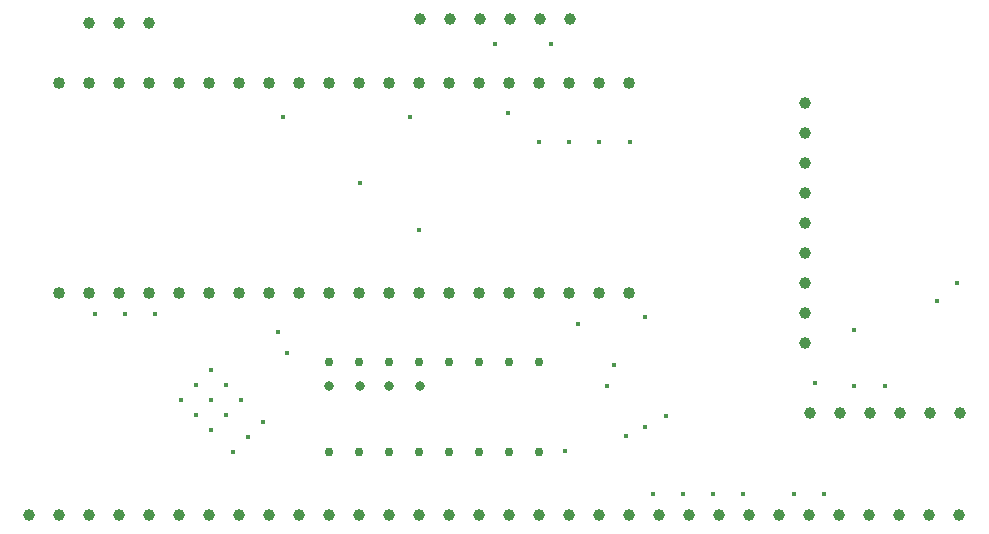
<source format=gbr>
%TF.GenerationSoftware,KiCad,Pcbnew,8.0.7*%
%TF.CreationDate,2025-02-06T19:54:19+01:00*%
%TF.ProjectId,Sorbus-Sound,536f7262-7573-42d5-936f-756e642e6b69,rev?*%
%TF.SameCoordinates,Original*%
%TF.FileFunction,Plated,1,2,PTH,Drill*%
%TF.FilePolarity,Positive*%
%FSLAX46Y46*%
G04 Gerber Fmt 4.6, Leading zero omitted, Abs format (unit mm)*
G04 Created by KiCad (PCBNEW 8.0.7) date 2025-02-06 19:54:19*
%MOMM*%
%LPD*%
G01*
G04 APERTURE LIST*
%TA.AperFunction,ViaDrill*%
%ADD10C,0.400000*%
%TD*%
%TA.AperFunction,ComponentDrill*%
%ADD11C,0.750000*%
%TD*%
%TA.AperFunction,ComponentDrill*%
%ADD12C,0.800000*%
%TD*%
%TA.AperFunction,ComponentDrill*%
%ADD13C,1.000000*%
%TD*%
%TA.AperFunction,ComponentDrill*%
%ADD14C,1.020000*%
%TD*%
G04 APERTURE END LIST*
D10*
X39116000Y-59182000D03*
X41656000Y-59182000D03*
X44196000Y-59182000D03*
X46355000Y-66421000D03*
X47625000Y-65151000D03*
X47625000Y-67691000D03*
X48895000Y-63881000D03*
X48895000Y-66421000D03*
X48895000Y-68961000D03*
X50165000Y-65151000D03*
X50165000Y-67691000D03*
X50800000Y-70866000D03*
X51435000Y-66421000D03*
X52070000Y-69596000D03*
X53340000Y-68326002D03*
X54610000Y-60706000D03*
X55000000Y-42500000D03*
X55372000Y-62484000D03*
X61493400Y-48031400D03*
X65773000Y-42513134D03*
X66548002Y-52019199D03*
X72923400Y-36296600D03*
X74015600Y-42164000D03*
X76708000Y-44551600D03*
X77724000Y-36322000D03*
X78841600Y-70764400D03*
X79248000Y-44551600D03*
X80000000Y-60000000D03*
X81737200Y-44551600D03*
X82403927Y-65213976D03*
X83058012Y-63499992D03*
X84048600Y-69494400D03*
X84378800Y-44551600D03*
X85623400Y-68681600D03*
X85648800Y-59436000D03*
X86309200Y-74371200D03*
X87401400Y-67767200D03*
X88900000Y-74371200D03*
X91440000Y-74371200D03*
X93952400Y-74371200D03*
X98298000Y-74371200D03*
X100000000Y-65000000D03*
X100838000Y-74371200D03*
X103327200Y-60500000D03*
X103378000Y-65278000D03*
X105968800Y-65278000D03*
X110388400Y-58013600D03*
X112051000Y-56540400D03*
D11*
%TO.C,D8*%
X58928000Y-63236000D03*
X58928000Y-70856000D03*
%TO.C,D9*%
X61468000Y-63236000D03*
X61468000Y-70856000D03*
%TO.C,D10*%
X64008000Y-63246000D03*
X64008000Y-70866000D03*
%TO.C,D11*%
X66548000Y-63236000D03*
X66548000Y-70856000D03*
%TO.C,D12*%
X69088000Y-63246000D03*
X69088000Y-70866000D03*
%TO.C,D13*%
X71628000Y-63236000D03*
X71628000Y-70856000D03*
%TO.C,D14*%
X74168000Y-63241000D03*
X74168000Y-70861000D03*
%TO.C,D15*%
X76708000Y-63246000D03*
X76708000Y-70866000D03*
D12*
%TO.C,J8*%
X58928000Y-65273000D03*
%TO.C,J9*%
X61518800Y-65278000D03*
%TO.C,J10*%
X64008000Y-65273000D03*
%TO.C,J11*%
X66598800Y-65278000D03*
D13*
%TO.C,J1*%
X33528000Y-76200000D03*
X36068000Y-76200000D03*
%TO.C,J2*%
X38608000Y-34544000D03*
%TO.C,J1*%
X38608000Y-76200000D03*
%TO.C,J2*%
X41148000Y-34544000D03*
%TO.C,J1*%
X41148000Y-76200000D03*
%TO.C,J2*%
X43688000Y-34544000D03*
%TO.C,J1*%
X43688000Y-76200000D03*
X46228000Y-76200000D03*
X48768000Y-76200000D03*
X51308000Y-76200000D03*
X53848000Y-76200000D03*
X56388000Y-76200000D03*
X58928000Y-76200000D03*
X61468000Y-76200000D03*
X64008000Y-76200000D03*
X66548000Y-76200000D03*
%TO.C,J5*%
X66573400Y-34137600D03*
%TO.C,J1*%
X69088000Y-76200000D03*
%TO.C,J5*%
X69113400Y-34137600D03*
%TO.C,J1*%
X71628000Y-76200000D03*
%TO.C,J5*%
X71653400Y-34137600D03*
%TO.C,J1*%
X74168000Y-76200000D03*
%TO.C,J5*%
X74193400Y-34137600D03*
%TO.C,J1*%
X76708000Y-76200000D03*
%TO.C,J5*%
X76733400Y-34137600D03*
%TO.C,J1*%
X79248000Y-76200000D03*
%TO.C,J5*%
X79273400Y-34137600D03*
%TO.C,J1*%
X81788000Y-76200000D03*
X84328000Y-76200000D03*
X86868000Y-76200000D03*
X89408000Y-76200000D03*
X91948000Y-76200000D03*
X94488000Y-76200000D03*
X97028000Y-76200000D03*
%TO.C,J4*%
X99187000Y-41275000D03*
X99187000Y-43815000D03*
X99187000Y-46355000D03*
X99187000Y-48895000D03*
X99187000Y-51435000D03*
X99187000Y-53975000D03*
X99187000Y-56515000D03*
X99187000Y-59055000D03*
X99187000Y-61595000D03*
%TO.C,J1*%
X99568000Y-76200000D03*
%TO.C,J3*%
X99578000Y-67564000D03*
%TO.C,J1*%
X102108000Y-76200000D03*
%TO.C,J3*%
X102118000Y-67564000D03*
%TO.C,J1*%
X104648000Y-76200000D03*
%TO.C,J3*%
X104658000Y-67564000D03*
%TO.C,J1*%
X107188000Y-76200000D03*
%TO.C,J3*%
X107198000Y-67564000D03*
%TO.C,J1*%
X109728000Y-76200000D03*
%TO.C,J3*%
X109738000Y-67564000D03*
%TO.C,J1*%
X112268000Y-76200000D03*
%TO.C,J3*%
X112278000Y-67564000D03*
D14*
%TO.C,U1*%
X36068000Y-39624000D03*
X36068000Y-57404000D03*
X38608000Y-39624000D03*
X38608000Y-57404000D03*
X41148000Y-39624000D03*
X41148000Y-57404000D03*
X43688000Y-39624000D03*
X43688000Y-57404000D03*
X46228000Y-39624000D03*
X46228000Y-57404000D03*
X48768000Y-39624000D03*
X48768000Y-57404000D03*
X51308000Y-39624000D03*
X51308000Y-57404000D03*
X53848000Y-39624000D03*
X53848000Y-57404000D03*
X56388000Y-39624000D03*
X56388000Y-57404000D03*
X58928000Y-39624000D03*
X58928000Y-57404000D03*
X61468000Y-39624000D03*
X61468000Y-57404000D03*
X64008000Y-39624000D03*
X64008000Y-57404000D03*
X66548000Y-39624000D03*
X66548000Y-57404000D03*
X69088000Y-39624000D03*
X69088000Y-57404000D03*
X71628000Y-39624000D03*
X71628000Y-57404000D03*
X74168000Y-39624000D03*
X74168000Y-57404000D03*
X76708000Y-39624000D03*
X76708000Y-57404000D03*
X79248000Y-39624000D03*
X79248000Y-57404000D03*
X81788000Y-39624000D03*
X81788000Y-57404000D03*
X84328000Y-39624000D03*
X84328000Y-57404000D03*
M02*

</source>
